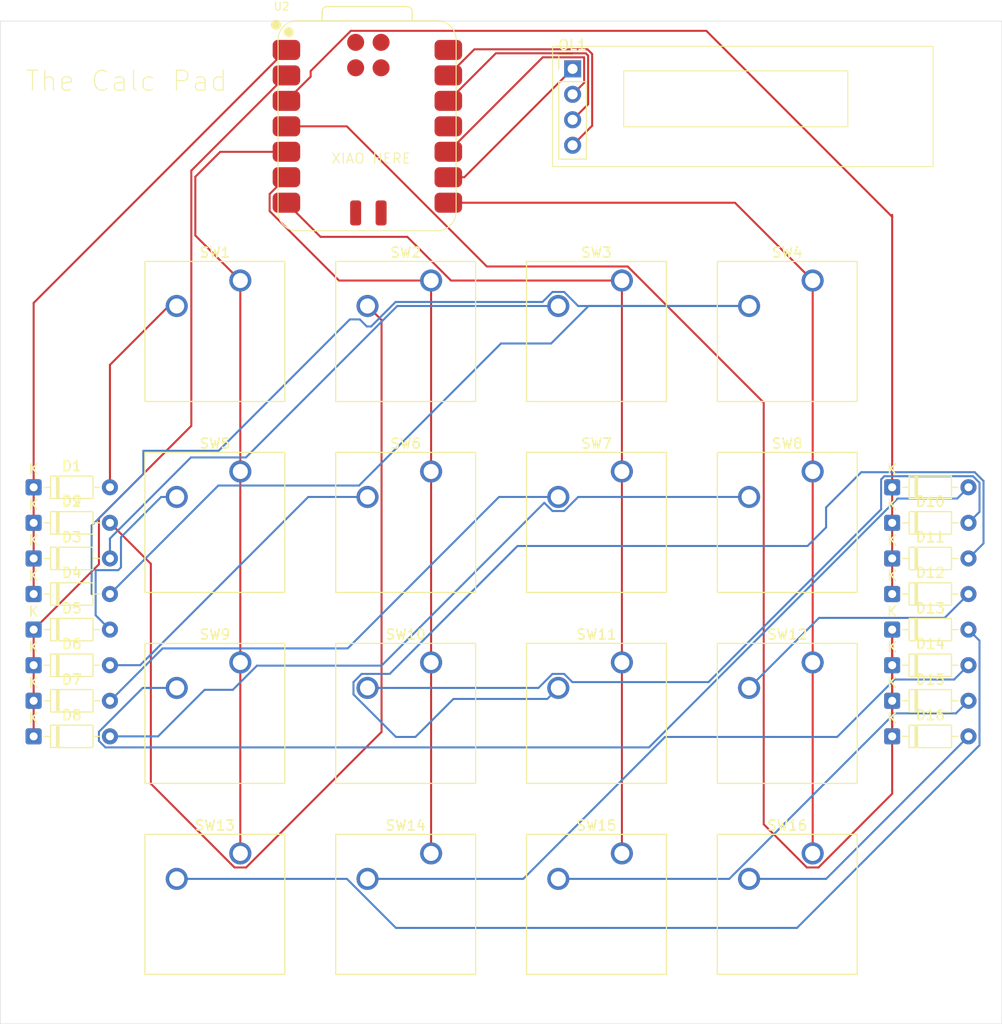
<source format=kicad_pcb>
(kicad_pcb (version 20241229) (generator "pcbnew") (generator_version "9.0")
  (layers (0 "F.Cu" signal) (2 "B.Cu" signal) (13 "F.Paste" user) (15 "B.Paste" user) (5 "F.SilkS" user "F.Silkscreen") (7 "B.SilkS" user "B.Silkscreen") (1 "F.Mask" user) (3 "B.Mask" user) (25 "Edge.Cuts" user))
  (net 0 "")
  (net 1 "ROW 0")
  (net 2 "Net-(D1-A)")
  (net 3 "Net-(D2-A)")
  (net 4 "Net-(D3-A)")
  (net 5 "Net-(D4-A)")
  (net 6 "ROW 1")
  (net 7 "Net-(D5-A)")
  (net 8 "Net-(D6-A)")
  (net 9 "Net-(D7-A)")
  (net 10 "Net-(D8-A)")
  (net 11 "ROW 2")
  (net 12 "Net-(D9-A)")
  (net 13 "Net-(D10-A)")
  (net 14 "Net-(D11-A)")
  (net 15 "Net-(D12-A)")
  (net 16 "Net-(D13-A)")
  (net 17 "ROW 3")
  (net 18 "Net-(D14-A)")
  (net 19 "Net-(D15-A)")
  (net 20 "Net-(D16-A)")
  (net 21 "COL 0")
  (net 22 "COL 1")
  (net 23 "COL 2")
  (net 24 "COL 3")
  (net 33 "Net-(OL1-SDA)")
  (net 34 "Net-(OL1-VCC)")
  (net 35 "Net-(OL1-SCL)")
  (net 36 "Net-(OL1-GND)")
  (footprint "Button_Switch_Keyboard:SW_Cherry_MX_1.00u_PCB" (layer "F.Cu") (at 131.1275 104.4575)
    (property "Reference" "SW12" (at -2.54 -2.794 0) (layer "F.SilkS"))
    (property "Value" "SW_Push")
    (pad "" np_thru_hole circle (at -7.62 5.08) (size 1.7 1.7) (drill 1.7) (layers "*.Cu" "*.Mask"))
    (pad "" np_thru_hole circle (at -2.54 5.08) (size 4 4) (drill 4) (layers "*.Cu" "*.Mask"))
    (pad "" np_thru_hole circle (at 2.54 5.08) (size 1.7 1.7) (drill 1.7) (layers "*.Cu" "*.Mask"))
    (pad "1" thru_hole circle (at 0 0) (size 2.2 2.2) (drill 1.5) (layers "*.Cu" "*.Mask") (net 24 "COL 3"))
    (pad "2" thru_hole circle (at -6.35 2.54) (size 2.2 2.2) (drill 1.5) (layers "*.Cu" "*.Mask") (net 15 "Net-(D12-A)"))
  )
  (footprint "Diode_THT:D_DO-35_SOD27_P7.62mm_Horizontal" (layer "F.Cu") (at 53.34 101.18125)
    (property "Reference" "D5" (at 3.81 -2.12 0) (layer "F.SilkS"))
    (property "Value" "1N4148")
    (fp_text user "K" (at 0 -1.8 0) (layer "F.SilkS"))
    (pad "1" thru_hole roundrect (at 0 0) (size 1.6 1.6) (drill 0.8) (layers "*.Cu" "*.Mask") (roundrect_rratio 0.15625) (net 6 "ROW 1"))
    (pad "2" thru_hole circle (at 7.62 0) (size 1.6 1.6) (drill 0.8) (layers "*.Cu" "*.Mask") (net 7 "Net-(D5-A)"))
  )
  (footprint "Diode_THT:D_DO-35_SOD27_P7.62mm_Horizontal" (layer "F.Cu") (at 53.34 97.63125)
    (property "Reference" "D4" (at 3.81 -2.12 0) (layer "F.SilkS"))
    (property "Value" "1N4148")
    (fp_text user "K" (at 0 -1.8 0) (layer "F.SilkS"))
    (pad "1" thru_hole roundrect (at 0 0) (size 1.6 1.6) (drill 0.8) (layers "*.Cu" "*.Mask") (roundrect_rratio 0.15625) (net 1 "ROW 0"))
    (pad "2" thru_hole circle (at 7.62 0) (size 1.6 1.6) (drill 0.8) (layers "*.Cu" "*.Mask") (net 5 "Net-(D4-A)"))
  )
  (footprint "Diode_THT:D_DO-35_SOD27_P7.62mm_Horizontal" (layer "F.Cu") (at 53.34 90.53125)
    (property "Reference" "D2" (at 3.81 -2.12 0) (layer "F.SilkS"))
    (property "Value" "1N4148")
    (fp_text user "K" (at 0 -1.8 0) (layer "F.SilkS"))
    (pad "1" thru_hole roundrect (at 0 0) (size 1.6 1.6) (drill 0.8) (layers "*.Cu" "*.Mask") (roundrect_rratio 0.15625) (net 1 "ROW 0"))
    (pad "2" thru_hole circle (at 7.62 0) (size 1.6 1.6) (drill 0.8) (layers "*.Cu" "*.Mask") (net 3 "Net-(D2-A)"))
  )
  (footprint "Diode_THT:D_DO-35_SOD27_P7.62mm_Horizontal" (layer "F.Cu") (at 139.065 97.63125)
    (property "Reference" "D12" (at 3.81 -2.12 0) (layer "F.SilkS"))
    (property "Value" "1N4148")
    (fp_text user "K" (at 0 -1.8 0) (layer "F.SilkS"))
    (pad "1" thru_hole roundrect (at 0 0) (size 1.6 1.6) (drill 0.8) (layers "*.Cu" "*.Mask") (roundrect_rratio 0.15625) (net 11 "ROW 2"))
    (pad "2" thru_hole circle (at 7.62 0) (size 1.6 1.6) (drill 0.8) (layers "*.Cu" "*.Mask") (net 15 "Net-(D12-A)"))
  )
  (footprint "Button_Switch_Keyboard:SW_Cherry_MX_1.00u_PCB" (layer "F.Cu") (at 112.0775 66.3575)
    (property "Reference" "SW3" (at -2.54 -2.794 0) (layer "F.SilkS"))
    (property "Value" "SW_Push")
    (pad "" np_thru_hole circle (at -7.62 5.08) (size 1.7 1.7) (drill 1.7) (layers "*.Cu" "*.Mask"))
    (pad "" np_thru_hole circle (at -2.54 5.08) (size 4 4) (drill 4) (layers "*.Cu" "*.Mask"))
    (pad "" np_thru_hole circle (at 2.54 5.08) (size 1.7 1.7) (drill 1.7) (layers "*.Cu" "*.Mask"))
    (pad "1" thru_hole circle (at 0 0) (size 2.2 2.2) (drill 1.5) (layers "*.Cu" "*.Mask") (net 23 "COL 2"))
    (pad "2" thru_hole circle (at -6.35 2.54) (size 2.2 2.2) (drill 1.5) (layers "*.Cu" "*.Mask") (net 4 "Net-(D3-A)"))
  )
  (footprint "Diode_THT:D_DO-35_SOD27_P7.62mm_Horizontal" (layer "F.Cu") (at 53.34 111.83125)
    (property "Reference" "D8" (at 3.81 -2.12 0) (layer "F.SilkS"))
    (property "Value" "1N4148")
    (fp_text user "K" (at 0 -1.8 0) (layer "F.SilkS"))
    (pad "1" thru_hole roundrect (at 0 0) (size 1.6 1.6) (drill 0.8) (layers "*.Cu" "*.Mask") (roundrect_rratio 0.15625) (net 6 "ROW 1"))
    (pad "2" thru_hole circle (at 7.62 0) (size 1.6 1.6) (drill 0.8) (layers "*.Cu" "*.Mask") (net 10 "Net-(D8-A)"))
  )
  (footprint "Button_Switch_Keyboard:SW_Cherry_MX_1.00u_PCB" (layer "F.Cu") (at 131.1275 85.4075)
    (property "Reference" "SW8" (at -2.54 -2.794 0) (layer "F.SilkS"))
    (property "Value" "SW_Push")
    (pad "" np_thru_hole circle (at -7.62 5.08) (size 1.7 1.7) (drill 1.7) (layers "*.Cu" "*.Mask"))
    (pad "" np_thru_hole circle (at -2.54 5.08) (size 4 4) (drill 4) (layers "*.Cu" "*.Mask"))
    (pad "" np_thru_hole circle (at 2.54 5.08) (size 1.7 1.7) (drill 1.7) (layers "*.Cu" "*.Mask"))
    (pad "1" thru_hole circle (at 0 0) (size 2.2 2.2) (drill 1.5) (layers "*.Cu" "*.Mask") (net 24 "COL 3"))
    (pad "2" thru_hole circle (at -6.35 2.54) (size 2.2 2.2) (drill 1.5) (layers "*.Cu" "*.Mask") (net 10 "Net-(D8-A)"))
  )
  (footprint "Button_Switch_Keyboard:SW_Cherry_MX_1.00u_PCB" (layer "F.Cu") (at 73.9775 123.5075)
    (property "Reference" "SW13" (at -2.54 -2.794 0) (layer "F.SilkS"))
    (property "Value" "SW_Push")
    (pad "" np_thru_hole circle (at -7.62 5.08) (size 1.7 1.7) (drill 1.7) (layers "*.Cu" "*.Mask"))
    (pad "" np_thru_hole circle (at -2.54 5.08) (size 4 4) (drill 4) (layers "*.Cu" "*.Mask"))
    (pad "" np_thru_hole circle (at 2.54 5.08) (size 1.7 1.7) (drill 1.7) (layers "*.Cu" "*.Mask"))
    (pad "1" thru_hole circle (at 0 0) (size 2.2 2.2) (drill 1.5) (layers "*.Cu" "*.Mask") (net 21 "COL 0"))
    (pad "2" thru_hole circle (at -6.35 2.54) (size 2.2 2.2) (drill 1.5) (layers "*.Cu" "*.Mask") (net 16 "Net-(D13-A)"))
  )
  (footprint "Diode_THT:D_DO-35_SOD27_P7.62mm_Horizontal" (layer "F.Cu") (at 139.065 108.28125)
    (property "Reference" "D15" (at 3.81 -2.12 0) (layer "F.SilkS"))
    (property "Value" "1N4148")
    (fp_text user "K" (at 0 -1.8 0) (layer "F.SilkS"))
    (pad "1" thru_hole roundrect (at 0 0) (size 1.6 1.6) (drill 0.8) (layers "*.Cu" "*.Mask") (roundrect_rratio 0.15625) (net 17 "ROW 3"))
    (pad "2" thru_hole circle (at 7.62 0) (size 1.6 1.6) (drill 0.8) (layers "*.Cu" "*.Mask") (net 19 "Net-(D15-A)"))
  )
  (footprint "Connector_PinHeader_2.54mm:PinHeader_1x04_P2.54mm_Vertical" (layer "F.Cu") (at 107.15625 45.24375)
    (property "Reference" "OL1" (at 0 -2.38 0) (layer "F.SilkS"))
    (property "Value" "OLED")
    (pad "1" thru_hole rect (at 0 0) (size 1.7 1.7) (drill 1) (layers "*.Cu" "*.Mask") (net 33 "Net-(OL1-SDA)"))
    (pad "2" thru_hole circle (at 0 2.54) (size 1.7 1.7) (drill 1) (layers "*.Cu" "*.Mask") (net 35 "Net-(OL1-SCL)"))
    (pad "3" thru_hole circle (at 0 5.08) (size 1.7 1.7) (drill 1) (layers "*.Cu" "*.Mask") (net 34 "Net-(OL1-VCC)"))
    (pad "4" thru_hole circle (at 0 7.62) (size 1.7 1.7) (drill 1) (layers "*.Cu" "*.Mask") (net 36 "Net-(OL1-GND)"))
  )
  (footprint "Diode_THT:D_DO-35_SOD27_P7.62mm_Horizontal" (layer "F.Cu") (at 53.34 108.28125)
    (property "Reference" "D7" (at 3.81 -2.12 0) (layer "F.SilkS"))
    (property "Value" "1N4148")
    (fp_text user "K" (at 0 -1.8 0) (layer "F.SilkS"))
    (pad "1" thru_hole roundrect (at 0 0) (size 1.6 1.6) (drill 0.8) (layers "*.Cu" "*.Mask") (roundrect_rratio 0.15625) (net 6 "ROW 1"))
    (pad "2" thru_hole circle (at 7.62 0) (size 1.6 1.6) (drill 0.8) (layers "*.Cu" "*.Mask") (net 9 "Net-(D7-A)"))
  )
  (footprint "Diode_THT:D_DO-35_SOD27_P7.62mm_Horizontal" (layer "F.Cu") (at 53.34 104.73125)
    (property "Reference" "D6" (at 3.81 -2.12 0) (layer "F.SilkS"))
    (property "Value" "1N4148")
    (fp_text user "K" (at 0 -1.8 0) (layer "F.SilkS"))
    (pad "1" thru_hole roundrect (at 0 0) (size 1.6 1.6) (drill 0.8) (layers "*.Cu" "*.Mask") (roundrect_rratio 0.15625) (net 6 "ROW 1"))
    (pad "2" thru_hole circle (at 7.62 0) (size 1.6 1.6) (drill 0.8) (layers "*.Cu" "*.Mask") (net 8 "Net-(D6-A)"))
  )
  (footprint "Button_Switch_Keyboard:SW_Cherry_MX_1.00u_PCB" (layer "F.Cu") (at 112.0775 123.5075)
    (property "Reference" "SW15" (at -2.54 -2.794 0) (layer "F.SilkS"))
    (property "Value" "SW_Push")
    (pad "" np_thru_hole circle (at -7.62 5.08) (size 1.7 1.7) (drill 1.7) (layers "*.Cu" "*.Mask"))
    (pad "" np_thru_hole circle (at -2.54 5.08) (size 4 4) (drill 4) (layers "*.Cu" "*.Mask"))
    (pad "" np_thru_hole circle (at 2.54 5.08) (size 1.7 1.7) (drill 1.7) (layers "*.Cu" "*.Mask"))
    (pad "1" thru_hole circle (at 0 0) (size 2.2 2.2) (drill 1.5) (layers "*.Cu" "*.Mask") (net 23 "COL 2"))
    (pad "2" thru_hole circle (at -6.35 2.54) (size 2.2 2.2) (drill 1.5) (layers "*.Cu" "*.Mask") (net 19 "Net-(D15-A)"))
  )
  (footprint "Button_Switch_Keyboard:SW_Cherry_MX_1.00u_PCB" (layer "F.Cu") (at 73.9775 66.3575)
    (property "Reference" "SW1" (at -2.54 -2.794 0) (layer "F.SilkS"))
    (property "Value" "SW_Push")
    (pad "" np_thru_hole circle (at -7.62 5.08) (size 1.7 1.7) (drill 1.7) (layers "*.Cu" "*.Mask"))
    (pad "" np_thru_hole circle (at -2.54 5.08) (size 4 4) (drill 4) (layers "*.Cu" "*.Mask"))
    (pad "" np_thru_hole circle (at 2.54 5.08) (size 1.7 1.7) (drill 1.7) (layers "*.Cu" "*.Mask"))
    (pad "1" thru_hole circle (at 0 0) (size 2.2 2.2) (drill 1.5) (layers "*.Cu" "*.Mask") (net 21 "COL 0"))
    (pad "2" thru_hole circle (at -6.35 2.54) (size 2.2 2.2) (drill 1.5) (layers "*.Cu" "*.Mask") (net 2 "Net-(D1-A)"))
  )
  (footprint "Button_Switch_Keyboard:SW_Cherry_MX_1.00u_PCB" (layer "F.Cu") (at 131.1275 66.3575)
    (property "Reference" "SW4" (at -2.54 -2.794 0) (layer "F.SilkS"))
    (property "Value" "SW_Push")
    (pad "" np_thru_hole circle (at -7.62 5.08) (size 1.7 1.7) (drill 1.7) (layers "*.Cu" "*.Mask"))
    (pad "" np_thru_hole circle (at -2.54 5.08) (size 4 4) (drill 4) (layers "*.Cu" "*.Mask"))
    (pad "" np_thru_hole circle (at 2.54 5.08) (size 1.7 1.7) (drill 1.7) (layers "*.Cu" "*.Mask"))
    (pad "1" thru_hole circle (at 0 0) (size 2.2 2.2) (drill 1.5) (layers "*.Cu" "*.Mask") (net 24 "COL 3"))
    (pad "2" thru_hole circle (at -6.35 2.54) (size 2.2 2.2) (drill 1.5) (layers "*.Cu" "*.Mask") (net 5 "Net-(D4-A)"))
  )
  (footprint "Button_Switch_Keyboard:SW_Cherry_MX_1.00u_PCB" (layer "F.Cu") (at 73.9775 104.4575)
    (property "Reference" "SW9" (at -2.54 -2.794 0) (layer "F.SilkS"))
    (property "Value" "SW_Push")
    (pad "" np_thru_hole circle (at -7.62 5.08) (size 1.7 1.7) (drill 1.7) (layers "*.Cu" "*.Mask"))
    (pad "" np_thru_hole circle (at -2.54 5.08) (size 4 4) (drill 4) (layers "*.Cu" "*.Mask"))
    (pad "" np_thru_hole circle (at 2.54 5.08) (size 1.7 1.7) (drill 1.7) (layers "*.Cu" "*.Mask"))
    (pad "1" thru_hole circle (at 0 0) (size 2.2 2.2) (drill 1.5) (layers "*.Cu" "*.Mask") (net 21 "COL 0"))
    (pad "2" thru_hole circle (at -6.35 2.54) (size 2.2 2.2) (drill 1.5) (layers "*.Cu" "*.Mask") (net 12 "Net-(D9-A)"))
  )
  (footprint "Button_Switch_Keyboard:SW_Cherry_MX_1.00u_PCB" (layer "F.Cu") (at 93.0275 66.3575)
    (property "Reference" "SW2" (at -2.54 -2.794 0) (layer "F.SilkS"))
    (property "Value" "SW_Push")
    (pad "" np_thru_hole circle (at -7.62 5.08) (size 1.7 1.7) (drill 1.7) (layers "*.Cu" "*.Mask"))
    (pad "" np_thru_hole circle (at -2.54 5.08) (size 4 4) (drill 4) (layers "*.Cu" "*.Mask"))
    (pad "" np_thru_hole circle (at 2.54 5.08) (size 1.7 1.7) (drill 1.7) (layers "*.Cu" "*.Mask"))
    (pad "1" thru_hole circle (at 0 0) (size 2.2 2.2) (drill 1.5) (layers "*.Cu" "*.Mask") (net 22 "COL 1"))
    (pad "2" thru_hole circle (at -6.35 2.54) (size 2.2 2.2) (drill 1.5) (layers "*.Cu" "*.Mask") (net 3 "Net-(D2-A)"))
  )
  (footprint "Diode_THT:D_DO-35_SOD27_P7.62mm_Horizontal" (layer "F.Cu") (at 139.065 94.08125)
    (property "Reference" "D11" (at 3.81 -2.12 0) (layer "F.SilkS"))
    (property "Value" "1N4148")
    (fp_text user "K" (at 0 -1.8 0) (layer "F.SilkS"))
    (pad "1" thru_hole roundrect (at 0 0) (size 1.6 1.6) (drill 0.8) (layers "*.Cu" "*.Mask") (roundrect_rratio 0.15625) (net 11 "ROW 2"))
    (pad "2" thru_hole circle (at 7.62 0) (size 1.6 1.6) (drill 0.8) (layers "*.Cu" "*.Mask") (net 14 "Net-(D11-A)"))
  )
  (footprint "Diode_THT:D_DO-35_SOD27_P7.62mm_Horizontal" (layer "F.Cu") (at 139.065 104.73125)
    (property "Reference" "D14" (at 3.81 -2.12 0) (layer "F.SilkS"))
    (property "Value" "1N4148")
    (fp_text user "K" (at 0 -1.8 0) (layer "F.SilkS"))
    (pad "1" thru_hole roundrect (at 0 0) (size 1.6 1.6) (drill 0.8) (layers "*.Cu" "*.Mask") (roundrect_rratio 0.15625) (net 17 "ROW 3"))
    (pad "2" thru_hole circle (at 7.62 0) (size 1.6 1.6) (drill 0.8) (layers "*.Cu" "*.Mask") (net 18 "Net-(D14-A)"))
  )
  (footprint "OPL calc:XIAO-RP2040-SMD" (layer "F.Cu") (at 86.58125 50.975)
    (property "Reference" "U2" (at -9.335 -11.5 0) (layer "F.SilkS") (effects (font (size 0.78232 0.78232) (thickness 0.10668)) (justify left bottom)))
    (property "Value" "XIAO-RP2040-SMD")
    (pad "1" smd roundrect (at -8 -7.62) (size 2.75 2) (layers "F.Cu" "F.Mask" "F.Paste") (net 1 "ROW 0"))
    (pad "2" smd roundrect (at -8 -5.08) (size 2.75 2) (layers "F.Cu" "F.Mask" "F.Paste") (net 6 "ROW 1"))
    (pad "3" smd roundrect (at -8 -2.54) (size 2.75 2) (layers "F.Cu" "F.Mask" "F.Paste") (net 11 "ROW 2"))
    (pad "4" smd roundrect (at -8 0) (size 2.75 2) (layers "F.Cu" "F.Mask" "F.Paste") (net 17 "ROW 3"))
    (pad "5" smd roundrect (at -8 2.54) (size 2.75 2) (layers "F.Cu" "F.Mask" "F.Paste") (net 21 "COL 0"))
    (pad "6" smd roundrect (at -8 5.08) (size 2.75 2) (layers "F.Cu" "F.Mask" "F.Paste") (net 22 "COL 1"))
    (pad "7" smd roundrect (at -8 7.62) (size 2.75 2) (layers "F.Cu" "F.Mask" "F.Paste") (net 23 "COL 2"))
    (pad "8" smd roundrect (at 8.165 7.62) (size 2.75 2) (layers "F.Cu" "F.Mask" "F.Paste") (net 24 "COL 3"))
    (pad "9" smd roundrect (at 8.165 5.08) (size 2.75 2) (layers "F.Cu" "F.Mask" "F.Paste") (net 33 "Net-(OL1-SDA)"))
    (pad "10" smd roundrect (at 8.165 2.54) (size 2.75 2) (layers "F.Cu" "F.Mask" "F.Paste") (net 35 "Net-(OL1-SCL)"))
    (pad "11" smd roundrect (at 8.165 0) (size 2.75 2) (layers "F.Cu" "F.Mask" "F.Paste"))
    (pad "12" smd roundrect (at 8.165 -2.54) (size 2.75 2) (layers "F.Cu" "F.Mask" "F.Paste") (net 34 "Net-(OL1-VCC)"))
    (pad "13" smd roundrect (at 8.165 -5.08) (size 2.75 2) (layers "F.Cu" "F.Mask" "F.Paste") (net 36 "Net-(OL1-GND)"))
    (pad "14" smd roundrect (at 8.165 -7.62) (size 2.75 2) (layers "F.Cu" "F.Mask" "F.Paste"))
    (pad "15" smd roundrect (at -1.088 8.64 270) (size 2.5 1.1) (layers "F.Cu" "F.Mask" "F.Paste"))
    (pad "16" smd roundrect (at 1.452 8.64 270) (size 2.5 1.1) (layers "F.Cu" "F.Mask" "F.Paste"))
    (pad "17" smd circle (at -1.088 -8.378) (size 1.7 1.7) (layers "F.Cu" "F.Mask" "F.Paste"))
    (pad "18" smd circle (at 1.452 -8.378) (size 1.7 1.7) (layers "F.Cu" "F.Mask" "F.Paste"))
    (pad "19" smd circle (at -1.088 -5.838) (size 1.7 1.7) (layers "F.Cu" "F.Mask" "F.Paste"))
    (pad "20" smd circle (at 1.452 -5.838) (size 1.7 1.7) (layers "F.Cu" "F.Mask" "F.Paste"))
  )
  (footprint "Diode_THT:D_DO-35_SOD27_P7.62mm_Horizontal" (layer "F.Cu") (at 53.34 86.98125)
    (property "Reference" "D1" (at 3.81 -2.12 0) (layer "F.SilkS"))
    (property "Value" "1N4148")
    (fp_text user "K" (at 0 -1.8 0) (layer "F.SilkS"))
    (pad "1" thru_hole roundrect (at 0 0) (size 1.6 1.6) (drill 0.8) (layers "*.Cu" "*.Mask") (roundrect_rratio 0.15625) (net 1 "ROW 0"))
    (pad "2" thru_hole circle (at 7.62 0) (size 1.6 1.6) (drill 0.8) (layers "*.Cu" "*.Mask") (net 2 "Net-(D1-A)"))
  )
  (footprint "Diode_THT:D_DO-35_SOD27_P7.62mm_Horizontal" (layer "F.Cu") (at 139.065 86.98125)
    (property "Reference" "D9" (at -81.915 1.3425 0) (layer "F.SilkS"))
    (property "Value" "1N4148")
    (fp_text user "K" (at 0 -1.8 0) (layer "F.SilkS"))
    (pad "1" thru_hole roundrect (at 0 0) (size 1.6 1.6) (drill 0.8) (layers "*.Cu" "*.Mask") (roundrect_rratio 0.15625) (net 11 "ROW 2"))
    (pad "2" thru_hole circle (at 7.62 0) (size 1.6 1.6) (drill 0.8) (layers "*.Cu" "*.Mask") (net 12 "Net-(D9-A)"))
  )
  (footprint "Button_Switch_Keyboard:SW_Cherry_MX_1.00u_PCB" (layer "F.Cu") (at 93.0275 123.5075)
    (property "Reference" "SW14" (at -2.54 -2.794 0) (layer "F.SilkS"))
    (property "Value" "SW_Push")
    (pad "" np_thru_hole circle (at -7.62 5.08) (size 1.7 1.7) (drill 1.7) (layers "*.Cu" "*.Mask"))
    (pad "" np_thru_hole circle (at -2.54 5.08) (size 4 4) (drill 4) (layers "*.Cu" "*.Mask"))
    (pad "" np_thru_hole circle (at 2.54 5.08) (size 1.7 1.7) (drill 1.7) (layers "*.Cu" "*.Mask"))
    (pad "1" thru_hole circle (at 0 0) (size 2.2 2.2) (drill 1.5) (layers "*.Cu" "*.Mask") (net 22 "COL 1"))
    (pad "2" thru_hole circle (at -6.35 2.54) (size 2.2 2.2) (drill 1.5) (layers "*.Cu" "*.Mask") (net 18 "Net-(D14-A)"))
  )
  (footprint "Button_Switch_Keyboard:SW_Cherry_MX_1.00u_PCB" (layer "F.Cu") (at 112.0775 104.4575)
    (property "Reference" "SW11" (at -2.54 -2.794 0) (layer "F.SilkS"))
    (property "Value" "SW_Push")
    (pad "" np_thru_hole circle (at -7.62 5.08) (size 1.7 1.7) (drill 1.7) (layers "*.Cu" "*.Mask"))
    (pad "" np_thru_hole circle (at -2.54 5.08) (size 4 4) (drill 4) (layers "*.Cu" "*.Mask"))
    (pad "" np_thru_hole circle (at 2.54 5.08) (size 1.7 1.7) (drill 1.7) (layers "*.Cu" "*.Mask"))
    (pad "1" thru_hole circle (at 0 0) (size 2.2 2.2) (drill 1.5) (layers "*.Cu" "*.Mask") (net 23 "COL 2"))
    (pad "2" thru_hole circle (at -6.35 2.54) (size 2.2 2.2) (drill 1.5) (layers "*.Cu" "*.Mask") (net 14 "Net-(D11-A)"))
  )
  (footprint "Button_Switch_Keyboard:SW_Cherry_MX_1.00u_PCB" (layer "F.Cu") (at 73.9775 85.4075)
    (property "Reference" "SW5" (at -2.54 -2.794 0) (layer "F.SilkS"))
    (property "Value" "SW_Push")
    (pad "" np_thru_hole circle (at -7.62 5.08) (size 1.7 1.7) (drill 1.7) (layers "*.Cu" "*.Mask"))
    (pad "" np_thru_hole circle (at -2.54 5.08) (size 4 4) (drill 4) (layers "*.Cu" "*.Mask"))
    (pad "" np_thru_hole circle (at 2.54 5.08) (size 1.7 1.7) (drill 1.7) (layers "*.Cu" "*.Mask"))
    (pad "1" thru_hole circle (at 0 0) (size 2.2 2.2) (drill 1.5) (layers "*.Cu" "*.Mask") (net 21 "COL 0"))
    (pad "2" thru_hole circle (at -6.35 2.54) (size 2.2 2.2) (drill 1.5) (layers "*.Cu" "*.Mask") (net 7 "Net-(D5-A)"))
  )
  (footprint "Button_Switch_Keyboard:SW_Cherry_MX_1.00u_PCB" (layer "F.Cu") (at 112.0775 85.4075)
    (property "Reference" "SW7" (at -2.54 -2.794 0) (layer "F.SilkS"))
    (property "Value" "SW_Push")
    (pad "" np_thru_hole circle (at -7.62 5.08) (size 1.7 1.7) (drill 1.7) (layers "*.Cu" "*.Mask"))
    (pad "" np_thru_hole circle (at -2.54 5.08) (size 4 4) (drill 4) (layers "*.Cu" "*.Mask"))
    (pad "" np_thru_hole circle (at 2.54 5.08) (size 1.7 1.7) (drill 1.7) (layers "*.Cu" "*.Mask"))
    (pad "1" thru_hole circle (at 0 0) (size 2.2 2.2) (drill 1.5) (layers "*.Cu" "*.Mask") (net 23 "COL 2"))
    (pad "2" thru_hole circle (at -6.35 2.54) (size 2.2 2.2) (drill 1.5) (layers "*.Cu" "*.Mask") (net 9 "Net-(D7-A)"))
  )
  (footprint "Button_Switch_Keyboard:SW_Cherry_MX_1.00u_PCB" (layer "F.Cu") (at 93.0275 104.4575)
    (property "Reference" "SW10" (at -2.54 -2.794 0) (layer "F.SilkS"))
    (property "Value" "SW_Push")
    (pad "" np_thru_hole circle (at -7.62 5.08) (size 1.7 1.7) (drill 1.7) (layers "*.Cu" "*.Mask"))
    (pad "" np_thru_hole circle (at -2.54 5.08) (size 4 4) (drill 4) (layers "*.Cu" "*.Mask"))
    (pad "" np_thru_hole circle (at 2.54 5.08) (size 1.7 1.7) (drill 1.7) (layers "*.Cu" "*.Mask"))
    (pad "1" thru_hole circle (at 0 0) (size 2.2 2.2) (drill 1.5) (layers "*.Cu" "*.Mask") (net 22 "COL 1"))
    (pad "2" thru_hole circle (at -6.35 2.54) (size 2.2 2.2) (drill 1.5) (layers "*.Cu" "*.Mask") (net 13 "Net-(D10-A)"))
  )
  (footprint "Diode_THT:D_DO-35_SOD27_P7.62mm_Horizontal" (layer "F.Cu") (at 139.065 111.83125)
    (property "Reference" "D16" (at 3.81 -2.12 0) (layer "F.SilkS"))
    (property "Value" "1N4148")
    (fp_text user "K" (at 0 -1.8 0) (layer "F.SilkS"))
    (pad "1" thru_hole roundrect (at 0 0) (size 1.6 1.6) (drill 0.8) (layers "*.Cu" "*.Mask") (roundrect_rratio 0.15625) (net 17 "ROW 3"))
    (pad "2" thru_hole circle (at 7.62 0) (size 1.6 1.6) (drill 0.8) (layers "*.Cu" "*.Mask") (net 20 "Net-(D16-A)"))
  )
  (footprint "Diode_THT:D_DO-35_SOD27_P7.62mm_Horizontal" (layer "F.Cu") (at 139.065 90.53125)
    (property "Reference" "D10" (at 3.81 -2.12 0) (layer "F.SilkS"))
    (property "Value" "1N4148")
    (fp_text user "K" (at 0 -1.8 0) (layer "F.SilkS"))
    (pad "1" thru_hole roundrect (at 0 0) (size 1.6 1.6) (drill 0.8) (layers "*.Cu" "*.Mask") (roundrect_rratio 0.15625) (net 11 "ROW 2"))
    (pad "2" thru_hole circle (at 7.62 0) (size 1.6 1.6) (drill 0.8) (layers "*.Cu" "*.Mask") (net 13 "Net-(D10-A)"))
  )
  (footprint "Diode_THT:D_DO-35_SOD27_P7.62mm_Horizontal" (layer "F.Cu") (at 53.34 94.08125)
    (property "Reference" "D3" (at 3.81 -2.12 0) (layer "F.SilkS"))
    (property "Value" "1N4148")
    (fp_text user "K" (at 0 -1.8 0) (layer "F.SilkS"))
    (pad "1" thru_hole roundrect (at 0 0) (size 1.6 1.6) (drill 0.8) (layers "*.Cu" "*.Mask") (roundrect_rratio 0.15625) (net 1 "ROW 0"))
    (pad "2" thru_hole circle (at 7.62 0) (size 1.6 1.6) (drill 0.8) (layers "*.Cu" "*.Mask") (net 4 "Net-(D3-A)"))
  )
  (footprint "Button_Switch_Keyboard:SW_Cherry_MX_1.00u_PCB" (layer "F.Cu") (at 131.1275 123.5075)
    (property "Reference" "SW16" (at -2.54 -2.794 0) (layer "F.SilkS"))
    (property "Value" "SW_Push")
    (pad "" np_thru_hole circle (at -7.62 5.08) (size 1.7 1.7) (drill 1.7) (layers "*.Cu" "*.Mask"))
    (pad "" np_thru_hole circle (at -2.54 5.08) (size 4 4) (drill 4) (layers "*.Cu" "*.Mask"))
    (pad "" np_thru_hole circle (at 2.54 5.08) (size 1.7 1.7) (drill 1.7) (layers "*.Cu" "*.Mask"))
    (pad "1" thru_hole circle (at 0 0) (size 2.2 2.2) (drill 1.5) (layers "*.Cu" "*.Mask") (net 24 "COL 3"))
    (pad "2" thru_hole circle (at -6.35 2.54) (size 2.2 2.2) (drill 1.5) (layers "*.Cu" "*.Mask") (net 20 "Net-(D16-A)"))
  )
  (footprint "Diode_THT:D_DO-35_SOD27_P7.62mm_Horizontal" (layer "F.Cu") (at 139.065 101.18125)
    (property "Reference" "D13" (at 3.81 -2.12 0) (layer "F.SilkS"))
    (property "Value" "1N4148")
    (fp_text user "K" (at 0 -1.8 0) (layer "F.SilkS"))
    (pad "1" thru_hole roundrect (at 0 0) (size 1.6 1.6) (drill 0.8) (layers "*.Cu" "*.Mask") (roundrect_rratio 0.15625) (net 17 "ROW 3"))
    (pad "2" thru_hole circle (at 7.62 0) (size 1.6 1.6) (drill 0.8) (layers "*.Cu" "*.Mask") (net 16 "Net-(D13-A)"))
  )
  (footprint "Button_Switch_Keyboard:SW_Cherry_MX_1.00u_PCB" (layer "F.Cu") (at 93.0275 85.4075)
    (property "Reference" "SW6" (at -2.54 -2.794 0) (layer "F.SilkS"))
    (property "Value" "SW_Push")
    (pad "" np_thru_hole circle (at -7.62 5.08) (size 1.7 1.7) (drill 1.7) (layers "*.Cu" "*.Mask"))
    (pad "" np_thru_hole circle (at -2.54 5.08) (size 4 4) (drill 4) (layers "*.Cu" "*.Mask"))
    (pad "" np_thru_hole circle (at 2.54 5.08) (size 1.7 1.7) (drill 1.7) (layers "*.Cu" "*.Mask"))
    (pad "1" thru_hole circle (at 0 0) (size 2.2 2.2) (drill 1.5) (layers "*.Cu" "*.Mask") (net 22 "COL 1"))
    (pad "2" thru_hole circle (at -6.35 2.54) (size 2.2 2.2) (drill 1.5) (layers "*.Cu" "*.Mask") (net 8 "Net-(D6-A)"))
  )
  (gr_rect (start 50.00625 40.48125) (end 150.01875 140.49375) (stroke (width 0.05)) (fill no) (layer "Edge.Cuts"))
  (gr_text "The Calc Pad" (at 52.3875 47.625 0) (layer "F.SilkS") (effects (font (size 2 2) (thickness 0.1)) (justify left bottom)))
  (gr_text "XIAO HERE" (at 83 54.76875 0) (layer "F.SilkS") (effects (font (size 1 1) (thickness 0.1)) (justify left bottom)))
  (segment (start 53.34 68.59625) (end 78.58125 43.355) (width 0.2) (layer "F.Cu") (net 1))
  (segment (start 53.34 86.98125) (end 53.34 68.59625) (width 0.2) (layer "F.Cu") (net 1))
  (segment (start 53.34 97.63125) (end 53.34 86.98125) (width 0.2) (layer "F.Cu") (net 1))
  (segment (start 60.96 74.77125) (end 66.83375 68.8975) (width 0.2) (layer "F.Cu") (net 2))
  (segment (start 60.96 86.98125) (end 60.96 74.77125) (width 0.2) (layer "F.Cu") (net 2))
  (segment (start 66.83375 68.8975) (end 67.6275 68.8975) (width 0.2) (layer "F.Cu") (net 2))
  (segment (start 65.04375 116.555064) (end 73.397186 124.9085) (width 0.2) (layer "F.Cu") (net 3))
  (segment (start 88.0785 70.2985) (end 86.6775 68.8975) (width 0.2) (layer "F.Cu") (net 3))
  (segment (start 73.397186 124.9085) (end 74.557814 124.9085) (width 0.2) (layer "F.Cu") (net 3))
  (segment (start 74.557814 124.9085) (end 88.0785 111.387814) (width 0.2) (layer "F.Cu") (net 3))
  (segment (start 60.96 90.53125) (end 65.04375 94.615) (width 0.2) (layer "F.Cu") (net 3))
  (segment (start 65.04375 94.615) (end 65.04375 116.555064) (width 0.2) (layer "F.Cu") (net 3))
  (segment (start 88.0785 111.387814) (end 88.0785 70.2985) (width 0.2) (layer "F.Cu") (net 3))
  (segment (start 105.7275 68.8975) (end 89.64597 68.8975) (width 0.2) (layer "B.Cu") (net 4))
  (segment (start 89.64597 68.8975) (end 74.53697 84.0065) (width 0.2) (layer "B.Cu") (net 4))
  (segment (start 74.53697 84.0065) (end 69.0418 84.0065) (width 0.2) (layer "B.Cu") (net 4))
  (segment (start 60.96 92.0883) (end 60.96 94.08125) (width 0.2) (layer "B.Cu") (net 4))
  (segment (start 69.0418 84.0065) (end 60.96 92.0883) (width 0.2) (layer "B.Cu") (net 4))
  (segment (start 105.147186 67.4965) (end 104.147186 68.4965) (width 0.2) (layer "B.Cu") (net 5))
  (segment (start 60.96 97.63125) (end 71.78275 86.8085) (width 0.2) (layer "B.Cu") (net 5))
  (segment (start 108.752684 68.8975) (end 124.7775 68.8975) (width 0.2) (layer "B.Cu") (net 5))
  (segment (start 124.7775 68.8975) (end 107.708814 68.8975) (width 0.2) (layer "B.Cu") (net 5))
  (segment (start 84.91003 70.2365) (end 71.80278 83.34375) (width 0.2) (layer "B.Cu") (net 5))
  (segment (start 64.29375 83.34375) (end 64.29375 85.64045) (width 0.2) (layer "B.Cu") (net 5))
  (segment (start 106.307814 67.4965) (end 105.147186 67.4965) (width 0.2) (layer "B.Cu") (net 5))
  (segment (start 105.011684 72.6385) (end 108.752684 68.8975) (width 0.2) (layer "B.Cu") (net 5))
  (segment (start 85.835186 86.8085) (end 100.005186 72.6385) (width 0.2) (layer "B.Cu") (net 5))
  (segment (start 59.13025 90.80395) (end 59.13025 97.63125) (width 0.2) (layer "B.Cu") (net 5))
  (segment (start 64.29375 85.64045) (end 59.13025 90.80395) (width 0.2) (layer "B.Cu") (net 5))
  (segment (start 86.6085 70.94003) (end 85.90497 70.2365) (width 0.2) (layer "B.Cu") (net 5))
  (segment (start 85.90497 70.2365) (end 84.91003 70.2365) (width 0.2) (layer "B.Cu") (net 5))
  (segment (start 107.708814 68.8975) (end 106.307814 67.4965) (width 0.2) (layer "B.Cu") (net 5))
  (segment (start 104.147186 68.4965) (end 89.47987 68.4965) (width 0.2) (layer "B.Cu") (net 5))
  (segment (start 100.005186 72.6385) (end 105.011684 72.6385) (width 0.2) (layer "B.Cu") (net 5))
  (segment (start 71.78275 86.8085) (end 85.835186 86.8085) (width 0.2) (layer "B.Cu") (net 5))
  (segment (start 89.47987 68.4965) (end 87.03634 70.94003) (width 0.2) (layer "B.Cu") (net 5))
  (segment (start 87.03634 70.94003) (end 86.6085 70.94003) (width 0.2) (layer "B.Cu") (net 5))
  (segment (start 71.80278 83.34375) (end 64.29375 83.34375) (width 0.2) (layer "B.Cu") (net 5))
  (segment (start 59.859 90.0752) (end 69.0865 80.8477) (width 0.2) (layer "F.Cu") (net 6))
  (segment (start 69.0865 55.38975) (end 78.58125 45.895) (width 0.2) (layer "F.Cu") (net 6))
  (segment (start 59.859 94.66225) (end 59.859 90.0752) (width 0.2) (layer "F.Cu") (net 6))
  (segment (start 69.0865 80.8477) (end 69.0865 55.38975) (width 0.2) (layer "F.Cu") (net 6))
  (segment (start 53.34 101.18125) (end 59.859 94.66225) (width 0.2) (layer "F.Cu") (net 6))
  (segment (start 53.34 101.18125) (end 53.34 111.83125) (width 0.2) (layer "F.Cu") (net 6))
  (segment (start 59.53125 95.25) (end 59.53125 99.7525) (width 0.2) (layer "B.Cu") (net 7))
  (segment (start 62.061 94.9732) (end 61.7842 95.25) (width 0.2) (layer "B.Cu") (net 7))
  (segment (start 62.061 91.958366) (end 62.061 94.9732) (width 0.2) (layer "B.Cu") (net 7))
  (segment (start 59.53125 99.7525) (end 60.96 101.18125) (width 0.2) (layer "B.Cu") (net 7))
  (segment (start 66.071866 87.9475) (end 62.061 91.958366) (width 0.2) (layer "B.Cu") (net 7))
  (segment (start 67.6275 87.9475) (end 66.071866 87.9475) (width 0.2) (layer "B.Cu") (net 7))
  (segment (start 61.7842 95.25) (end 59.53125 95.25) (width 0.2) (layer "B.Cu") (net 7))
  (segment (start 63.97222 104.73125) (end 60.96 104.73125) (width 0.2) (layer "B.Cu") (net 8))
  (segment (start 86.6775 87.9475) (end 80.75597 87.9475) (width 0.2) (layer "B.Cu") (net 8))
  (segment (start 80.75597 87.9475) (end 63.97222 104.73125) (width 0.2) (layer "B.Cu") (net 8))
  (segment (start 105.7275 87.9475) (end 99.80597 87.9475) (width 0.2) (layer "B.Cu") (net 9))
  (segment (start 99.80597 87.9475) (end 84.69697 103.0565) (width 0.2) (layer "B.Cu") (net 9))
  (segment (start 66.21407 103.0565) (end 60.98932 108.28125) (width 0.2) (layer "B.Cu") (net 9))
  (segment (start 84.69697 103.0565) (end 66.21407 103.0565) (width 0.2) (layer "B.Cu") (net 9))
  (segment (start 60.98932 108.28125) (end 60.96 108.28125) (width 0.2) (layer "B.Cu") (net 9))
  (segment (start 124.7775 87.9475) (end 107.708814 87.9475) (width 0.2) (layer "B.Cu") (net 10))
  (segment (start 104.3265 88.527814) (end 88.079314 104.775) (width 0.2) (layer "B.Cu") (net 10))
  (segment (start 88.079314 104.775) (end 75.641314 104.775) (width 0.2) (layer "B.Cu") (net 10))
  (segment (start 73.229814 107.1865) (end 70.40697 107.1865) (width 0.2) (layer "B.Cu") (net 10))
  (segment (start 105.147186 89.3485) (end 104.3265 88.527814) (width 0.2) (layer "B.Cu") (net 10))
  (segment (start 65.76222 111.83125) (end 60.96 111.83125) (width 0.2) (layer "B.Cu") (net 10))
  (segment (start 75.641314 104.775) (end 73.229814 107.1865) (width 0.2) (layer "B.Cu") (net 10))
  (segment (start 106.307814 89.3485) (end 105.147186 89.3485) (width 0.2) (layer "B.Cu") (net 10))
  (segment (start 70.40697 107.1865) (end 65.76222 111.83125) (width 0.2) (layer "B.Cu") (net 10))
  (segment (start 107.708814 87.9475) (end 106.307814 89.3485) (width 0.2) (layer "B.Cu") (net 10))
  (segment (start 139.065 97.63125) (end 139.065 86.98125) (width 0.2) (layer "F.Cu") (net 11))
  (segment (start 85.01649 41.446) (end 81 45.46249) (width 0.2) (layer "F.Cu") (net 11))
  (segment (start 120.511 41.446) (end 85.01649 41.446) (width 0.2) (layer "F.Cu") (net 11))
  (segment (start 139.065 60) (end 139.065 59.80849) (width 0.2) (layer "F.Cu") (net 11))
  (segment (start 139.065 86.98125) (end 139.065 60) (width 0.2) (layer "F.Cu") (net 11))
  (segment (start 81 45.46249) (end 81 46.01625) (width 0.2) (layer "F.Cu") (net 11))
  (segment (start 139.065 60) (end 120.511 41.446) (width 0.2) (layer "F.Cu") (net 11))
  (segment (start 81 46.01625) (end 78.58125 48.435) (width 0.2) (layer "F.Cu") (net 11))
  (segment (start 139.60384 88.10625) (end 145.56 88.10625) (width 0.2) (layer "B.Cu") (net 12))
  (segment (start 64.2367 106.9975) (end 59.859 111.3752) (width 0.2) (layer "B.Cu") (net 12))
  (segment (start 145.56 88.10625) (end 146.685 86.98125) (width 0.2) (layer "B.Cu") (net 12))
  (segment (start 60.50395 112.93225) (end 114.77784 112.93225) (width 0.2) (layer "B.Cu") (net 12))
  (segment (start 59.859 112.2873) (end 60.50395 112.93225) (width 0.2) (layer "B.Cu") (net 12))
  (segment (start 59.859 111.3752) (end 59.859 112.2873) (width 0.2) (layer "B.Cu") (net 12))
  (segment (start 114.77784 112.93225) (end 139.60384 88.10625) (width 0.2) (layer "B.Cu") (net 12))
  (segment (start 67.6275 106.9975) (end 64.2367 106.9975) (width 0.2) (layer "B.Cu") (net 12))
  (segment (start 147.786 86.5252) (end 147.786 89.43025) (width 0.2) (layer "B.Cu") (net 13))
  (segment (start 147.786 89.43025) (end 146.685 90.53125) (width 0.2) (layer "B.Cu") (net 13))
  (segment (start 107.1285 106.417186) (end 120.725804 106.417186) (width 0.2) (layer "B.Cu") (net 13))
  (segment (start 147.14105 85.88025) (end 147.786 86.5252) (width 0.2) (layer "B.Cu") (net 13))
  (segment (start 137.964 86.19609) (end 138.27984 85.88025) (width 0.2) (layer "B.Cu") (net 13))
  (segment (start 138.27984 85.88025) (end 147.14105 85.88025) (width 0.2) (layer "B.Cu") (net 13))
  (segment (start 137.964 89.17899) (end 137.964 86.19609) (width 0.2) (layer "B.Cu") (net 13))
  (segment (start 103.746186 106.9975) (end 105.147186 105.5965) (width 0.2) (layer "B.Cu") (net 13))
  (segment (start 106.307814 105.5965) (end 107.1285 106.417186) (width 0.2) (layer "B.Cu") (net 13))
  (segment (start 120.725804 106.417186) (end 137.964 89.17899) (width 0.2) (layer "B.Cu") (net 13))
  (segment (start 86.6775 106.9975) (end 103.746186 106.9975) (width 0.2) (layer "B.Cu") (net 13))
  (segment (start 105.147186 105.5965) (end 106.307814 105.5965) (width 0.2) (layer "B.Cu") (net 13))
  (segment (start 89.513684 111.8885) (end 85.2765 107.651316) (width 0.2) (layer "B.Cu") (net 14))
  (segment (start 86.097186 105.5965) (end 88.899186 105.5965) (width 0.2) (layer "B.Cu") (net 14))
  (segment (start 85.2765 107.651316) (end 85.2765 106.417186) (width 0.2) (layer "B.Cu") (net 14))
  (segment (start 130.61297 92.8385) (end 132.4665 90.98497) (width 0.2) (layer "B.Cu") (net 14))
  (segment (start 135.977 85.47925) (end 147.30715 85.47925) (width 0.2) (layer "B.Cu") (net 14))
  (segment (start 105.7275 106.9975) (end 104.627501 108.097499) (width 0.2) (layer "B.Cu") (net 14))
  (segment (start 91.461316 111.8885) (end 89.513684 111.8885) (width 0.2) (layer "B.Cu") (net 14))
  (segment (start 132.4665 90.98497) (end 132.4665 88.98975) (width 0.2) (layer "B.Cu") (net 14))
  (segment (start 132.4665 88.98975) (end 135.977 85.47925) (width 0.2) (layer "B.Cu") (net 14))
  (segment (start 104.627501 108.097499) (end 95.252317 108.097499) (width 0.2) (layer "B.Cu") (net 14))
  (segment (start 148.187 86.3591) (end 148.187 92.57925) (width 0.2) (layer "B.Cu") (net 14))
  (segment (start 88.899186 105.5965) (end 101.657186 92.8385) (width 0.2) (layer "B.Cu") (net 14))
  (segment (start 147.30715 85.47925) (end 148.187 86.3591) (width 0.2) (layer "B.Cu") (net 14))
  (segment (start 148.187 92.57925) (end 146.685 94.08125) (width 0.2) (layer "B.Cu") (net 14))
  (segment (start 85.2765 106.417186) (end 86.097186 105.5965) (width 0.2) (layer "B.Cu") (net 14))
  (segment (start 101.657186 92.8385) (end 130.61297 92.8385) (width 0.2) (layer "B.Cu") (net 14))
  (segment (start 95.252317 108.097499) (end 91.461316 111.8885) (width 0.2) (layer "B.Cu") (net 14))
  (segment (start 124.7775 106.9975) (end 131.7625 100.0125) (width 0.2) (layer "B.Cu") (net 15))
  (segment (start 144.30375 100.0125) (end 146.685 97.63125) (width 0.2) (layer "B.Cu") (net 15))
  (segment (start 131.7625 100.0125) (end 144.30375 100.0125) (width 0.2) (layer "B.Cu") (net 15))
  (segment (start 67.6275 126.0475) (end 84.622684 126.0475) (width 0.2) (layer "B.Cu") (net 16))
  (segment (start 89.513684 130.9385) (end 129.561316 130.9385) (width 0.2) (layer "B.Cu") (net 16))
  (segment (start 147.786 112.713816) (end 147.786 102.28225) (width 0.2) (layer "B.Cu") (net 16))
  (segment (start 147.786 102.28225) (end 146.685 101.18125) (width 0.2) (layer "B.Cu") (net 16))
  (segment (start 84.622684 126.0475) (end 89.513684 130.9385) (width 0.2) (layer "B.Cu") (net 16))
  (segment (start 129.561316 130.9385) (end 147.786 112.713816) (width 0.2) (layer "B.Cu") (net 16))
  (segment (start 139.065 101.18125) (end 139.065 117.551314) (width 0.2) (layer "F.Cu") (net 17))
  (segment (start 139.065 117.551314) (end 131.707814 124.9085) (width 0.2) (layer "F.Cu") (net 17))
  (segment (start 126.2365 120.597814) (end 126.2365 78.535186) (width 0.2) (layer "F.Cu") (net 17))
  (segment (start 139.065 111.83125) (end 139.065 101.18125) (width 0.2) (layer "F.Cu") (net 17))
  (segment (start 130.547186 124.9085) (end 126.2365 120.597814) (width 0.2) (layer "F.Cu") (net 17))
  (segment (start 112.657814 64.9565) (end 98.592692 64.9565) (width 0.2) (layer "F.Cu") (net 17))
  (segment (start 98.592692 64.9565) (end 84.611192 50.975) (width 0.2) (layer "F.Cu") (net 17))
  (segment (start 84.611192 50.975) (end 78.58125 50.975) (width 0.2) (layer "F.Cu") (net 17))
  (segment (start 126.2365 78.535186) (end 112.657814 64.9565) (width 0.2) (layer "F.Cu") (net 17))
  (segment (start 131.707814 124.9085) (end 130.547186 124.9085) (width 0.2) (layer "F.Cu") (net 17))
  (segment (start 139.30009 106.16) (end 145.25625 106.16) (width 0.2) (layer "B.Cu") (net 18))
  (segment (start 116.38869 111.8885) (end 133.57159 111.8885) (width 0.2) (layer "B.Cu") (net 18))
  (segment (start 102.22969 126.0475) (end 116.38869 111.8885) (width 0.2) (layer "B.Cu") (net 18))
  (segment (start 86.6775 126.0475) (end 102.22969 126.0475) (width 0.2) (layer "B.Cu") (net 18))
  (segment (start 145.25625 106.16) (end 146.685 104.73125) (width 0.2) (layer "B.Cu") (net 18))
  (segment (start 133.57159 111.8885) (end 139.30009 106.16) (width 0.2) (layer "B.Cu") (net 18))
  (segment (start 105.7275 126.0475) (end 122.796186 126.0475) (width 0.2) (layer "B.Cu") (net 19))
  (segment (start 139.306186 109.5375) (end 145.42875 109.5375) (width 0.2) (layer "B.Cu") (net 19))
  (segment (start 145.42875 109.5375) (end 146.685 108.28125) (width 0.2) (layer "B.Cu") (net 19))
  (segment (start 122.796186 126.0475) (end 139.306186 109.5375) (width 0.2) (layer "B.Cu") (net 19))
  (segment (start 132.46875 126.0475) (end 146.685 111.83125) (width 0.2) (layer "B.Cu") (net 20))
  (segment (start 124.7775 126.0475) (end 132.46875 126.0475) (width 0.2) (layer "B.Cu") (net 20))
  (segment (start 69.4875 56) (end 71.9725 53.515) (width 0.2) (layer "F.Cu") (net 21))
  (segment (start 69.4875 61.8675) (end 69.4875 56) (width 0.2) (layer "F.Cu") (net 21))
  (segment (start 73.9775 123.5075) (end 73.9775 66.3575) (width 0.2) (layer "F.Cu") (net 21))
  (segment (start 71.9725 53.515) (end 78.58125 53.515) (width 0.2) (layer "F.Cu") (net 21))
  (segment (start 73.9775 66.3575) (end 69.4875 61.8675) (width 0.2) (layer "F.Cu") (net 21))
  (segment (start 78.58125 56.055) (end 76.90525 57.731) (width 0.2) (layer "F.Cu") (net 22))
  (segment (start 76.90525 59.434058) (end 83.828692 66.3575) (width 0.2) (layer "F.Cu") (net 22))
  (segment (start 93.0275 123.5075) (end 93.0275 66.3575) (width 0.2) (layer "F.Cu") (net 22))
  (segment (start 83.828692 66.3575) (end 93.0275 66.3575) (width 0.2) (layer "F.Cu") (net 22))
  (segment (start 76.90525 57.731) (end 76.90525 59.434058) (width 0.2) (layer "F.Cu") (net 22))
  (segment (start 78.58125 58.595) (end 81.98625 62) (width 0.2) (layer "F.Cu") (net 23))
  (segment (start 112.0775 123.5075) (end 112.0775 66.3575) (width 0.2) (layer "F.Cu") (net 23))
  (segment (start 95.008814 66.3575) (end 112.0775 66.3575) (width 0.2) (layer "F.Cu") (net 23))
  (segment (start 90.651314 62) (end 95.008814 66.3575) (width 0.2) (layer "F.Cu") (net 23))
  (segment (start 81.98625 62) (end 90.651314 62) (width 0.2) (layer "F.Cu") (net 23))
  (segment (start 131.1275 123.5075) (end 131.1275 66.3575) (width 0.2) (layer "F.Cu") (net 24))
  (segment (start 123.365 58.595) (end 94.74625 58.595) (width 0.2) (layer "F.Cu") (net 24))
  (segment (start 131.1275 66.3575) (end 123.365 58.595) (width 0.2) (layer "F.Cu") (net 24))
  (segment (start 96.345 56.055) (end 107.15625 45.24375) (width 0.2) (layer "F.Cu") (net 33))
  (segment (start 94.74625 56.055) (end 96.345 56.055) (width 0.2) (layer "F.Cu") (net 33))
  (segment (start 108.70825 43.92665) (end 108.70825 48.77175) (width 0.2) (layer "F.Cu") (net 34))
  (segment (start 108.70825 48.77175) (end 107.15625 50.32375) (width 0.2) (layer "F.Cu") (net 34))
  (segment (start 99.4895 43.69175) (end 108.47335 43.69175) (width 0.2) (layer "F.Cu") (net 34))
  (segment (start 108.47335 43.69175) (end 108.70825 43.92665) (width 0.2) (layer "F.Cu") (net 34))
  (segment (start 94.74625 48.435) (end 99.4895 43.69175) (width 0.2) (layer "F.Cu") (net 34))
  (segment (start 108.30725 46.63275) (end 107.15625 47.78375) (width 0.2) (layer "F.Cu") (net 35))
  (segment (start 104.1685 44.09275) (end 108.30725 44.09275) (width 0.2) (layer "F.Cu") (net 35))
  (segment (start 108.30725 44.09275) (end 108.30725 46.63275) (width 0.2) (layer "F.Cu") (net 35))
  (segment (start 94.74625 53.515) (end 104.1685 44.09275) (width 0.2) (layer "F.Cu") (net 35))
  (segment (start 94.74625 45.895) (end 97.3505 43.29075) (width 0.2) (layer "F.Cu") (net 36))
  (segment (start 108.63945 43.29075) (end 109.10925 43.76055) (width 0.2) (layer "F.Cu") (net 36))
  (segment (start 97.3505 43.29075) (end 108.63945 43.29075) (width 0.2) (layer "F.Cu") (net 36))
  (segment (start 109.10925 43.76055) (end 109.10925 50.91075) (width 0.2) (layer "F.Cu") (net 36))
  (segment (start 109.10925 50.91075) (end 107.15625 52.86375) (width 0.2) (layer "F.Cu") (net 36))
)
</source>
